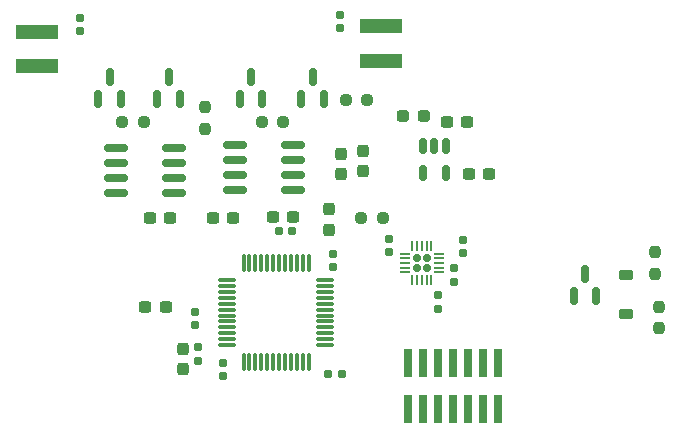
<source format=gbr>
%TF.GenerationSoftware,KiCad,Pcbnew,8.0.1-8.0.1-1~ubuntu22.04.1*%
%TF.CreationDate,2024-05-06T17:23:11+02:00*%
%TF.ProjectId,Pojet 1A,506f6a65-7420-4314-912e-6b696361645f,rev?*%
%TF.SameCoordinates,Original*%
%TF.FileFunction,Paste,Top*%
%TF.FilePolarity,Positive*%
%FSLAX46Y46*%
G04 Gerber Fmt 4.6, Leading zero omitted, Abs format (unit mm)*
G04 Created by KiCad (PCBNEW 8.0.1-8.0.1-1~ubuntu22.04.1) date 2024-05-06 17:23:11*
%MOMM*%
%LPD*%
G01*
G04 APERTURE LIST*
G04 Aperture macros list*
%AMRoundRect*
0 Rectangle with rounded corners*
0 $1 Rounding radius*
0 $2 $3 $4 $5 $6 $7 $8 $9 X,Y pos of 4 corners*
0 Add a 4 corners polygon primitive as box body*
4,1,4,$2,$3,$4,$5,$6,$7,$8,$9,$2,$3,0*
0 Add four circle primitives for the rounded corners*
1,1,$1+$1,$2,$3*
1,1,$1+$1,$4,$5*
1,1,$1+$1,$6,$7*
1,1,$1+$1,$8,$9*
0 Add four rect primitives between the rounded corners*
20,1,$1+$1,$2,$3,$4,$5,0*
20,1,$1+$1,$4,$5,$6,$7,0*
20,1,$1+$1,$6,$7,$8,$9,0*
20,1,$1+$1,$8,$9,$2,$3,0*%
G04 Aperture macros list end*
%ADD10RoundRect,0.155000X0.155000X-0.212500X0.155000X0.212500X-0.155000X0.212500X-0.155000X-0.212500X0*%
%ADD11RoundRect,0.150000X0.150000X-0.587500X0.150000X0.587500X-0.150000X0.587500X-0.150000X-0.587500X0*%
%ADD12RoundRect,0.167500X0.167500X0.167500X-0.167500X0.167500X-0.167500X-0.167500X0.167500X-0.167500X0*%
%ADD13RoundRect,0.050000X0.375000X0.050000X-0.375000X0.050000X-0.375000X-0.050000X0.375000X-0.050000X0*%
%ADD14RoundRect,0.050000X0.050000X0.375000X-0.050000X0.375000X-0.050000X-0.375000X0.050000X-0.375000X0*%
%ADD15RoundRect,0.150000X-0.825000X-0.150000X0.825000X-0.150000X0.825000X0.150000X-0.825000X0.150000X0*%
%ADD16RoundRect,0.237500X-0.300000X-0.237500X0.300000X-0.237500X0.300000X0.237500X-0.300000X0.237500X0*%
%ADD17R,3.600000X1.150000*%
%ADD18RoundRect,0.237500X-0.237500X0.250000X-0.237500X-0.250000X0.237500X-0.250000X0.237500X0.250000X0*%
%ADD19RoundRect,0.237500X0.250000X0.237500X-0.250000X0.237500X-0.250000X-0.237500X0.250000X-0.237500X0*%
%ADD20RoundRect,0.155000X0.212500X0.155000X-0.212500X0.155000X-0.212500X-0.155000X0.212500X-0.155000X0*%
%ADD21RoundRect,0.155000X-0.155000X0.212500X-0.155000X-0.212500X0.155000X-0.212500X0.155000X0.212500X0*%
%ADD22RoundRect,0.237500X-0.237500X0.300000X-0.237500X-0.300000X0.237500X-0.300000X0.237500X0.300000X0*%
%ADD23RoundRect,0.075000X-0.075000X0.662500X-0.075000X-0.662500X0.075000X-0.662500X0.075000X0.662500X0*%
%ADD24RoundRect,0.075000X-0.662500X0.075000X-0.662500X-0.075000X0.662500X-0.075000X0.662500X0.075000X0*%
%ADD25RoundRect,0.237500X0.300000X0.237500X-0.300000X0.237500X-0.300000X-0.237500X0.300000X-0.237500X0*%
%ADD26RoundRect,0.150000X-0.150000X0.512500X-0.150000X-0.512500X0.150000X-0.512500X0.150000X0.512500X0*%
%ADD27RoundRect,0.237500X-0.287500X-0.237500X0.287500X-0.237500X0.287500X0.237500X-0.287500X0.237500X0*%
%ADD28RoundRect,0.237500X0.237500X-0.250000X0.237500X0.250000X-0.237500X0.250000X-0.237500X-0.250000X0*%
%ADD29R,0.740000X2.400000*%
%ADD30RoundRect,0.225000X-0.375000X0.225000X-0.375000X-0.225000X0.375000X-0.225000X0.375000X0.225000X0*%
G04 APERTURE END LIST*
D10*
%TO.C,C25*%
X131500000Y-76167500D03*
X131500000Y-75032500D03*
%TD*%
D11*
%TO.C,Q2*%
X173300000Y-98625000D03*
X175200000Y-98625000D03*
X174250000Y-96750000D03*
%TD*%
D12*
%TO.C,U5*%
X160860000Y-96210000D03*
X160860000Y-95390000D03*
X160040000Y-96210000D03*
X160040000Y-95390000D03*
D13*
X161900000Y-96600000D03*
X161900000Y-96200000D03*
X161900000Y-95800000D03*
X161900000Y-95400000D03*
X161900000Y-95000000D03*
D14*
X161250000Y-94350000D03*
X160850000Y-94350000D03*
X160450000Y-94350000D03*
X160050000Y-94350000D03*
X159650000Y-94350000D03*
D13*
X159000000Y-95000000D03*
X159000000Y-95400000D03*
X159000000Y-95800000D03*
X159000000Y-96200000D03*
X159000000Y-96600000D03*
D14*
X159650000Y-97250000D03*
X160050000Y-97250000D03*
X160450000Y-97250000D03*
X160850000Y-97250000D03*
X161250000Y-97250000D03*
%TD*%
D15*
%TO.C,UCC27325DR2*%
X144625000Y-85795000D03*
X144625000Y-87065000D03*
X144625000Y-88335000D03*
X144625000Y-89605000D03*
X149575000Y-89605000D03*
X149575000Y-88335000D03*
X149575000Y-87065000D03*
X149575000Y-85795000D03*
%TD*%
D16*
%TO.C,C20*%
X162537500Y-83900000D03*
X164262500Y-83900000D03*
%TD*%
D17*
%TO.C,L4*%
X127900000Y-79150000D03*
X127900000Y-76200000D03*
%TD*%
D11*
%TO.C,Q4*%
X138050000Y-81937500D03*
X139950000Y-81937500D03*
X139000000Y-80062500D03*
%TD*%
D18*
%TO.C,R12*%
X180500000Y-99487500D03*
X180500000Y-101312500D03*
%TD*%
D19*
%TO.C,R15*%
X136912500Y-83900000D03*
X135087500Y-83900000D03*
%TD*%
D20*
%TO.C,C13*%
X149467500Y-93100000D03*
X148332500Y-93100000D03*
%TD*%
D21*
%TO.C,C36*%
X163900000Y-93832500D03*
X163900000Y-94967500D03*
%TD*%
D11*
%TO.C,Q5*%
X145050000Y-81937500D03*
X146950000Y-81937500D03*
X146000000Y-80062500D03*
%TD*%
D19*
%TO.C,R18*%
X148712500Y-83900000D03*
X146887500Y-83900000D03*
%TD*%
D22*
%TO.C,C16*%
X153600000Y-86537500D03*
X153600000Y-88262500D03*
%TD*%
D20*
%TO.C,C27*%
X153667500Y-105200000D03*
X152532500Y-105200000D03*
%TD*%
D21*
%TO.C,C40*%
X141500000Y-102932500D03*
X141500000Y-104067500D03*
%TD*%
D10*
%TO.C,C38*%
X161800000Y-99667500D03*
X161800000Y-98532500D03*
%TD*%
D19*
%TO.C,R17*%
X157112500Y-92000000D03*
X155287500Y-92000000D03*
%TD*%
D15*
%TO.C,UCC27325DR1*%
X134525000Y-86095000D03*
X134525000Y-87365000D03*
X134525000Y-88635000D03*
X134525000Y-89905000D03*
X139475000Y-89905000D03*
X139475000Y-88635000D03*
X139475000Y-87365000D03*
X139475000Y-86095000D03*
%TD*%
D10*
%TO.C,C39*%
X163200000Y-97367500D03*
X163200000Y-96232500D03*
%TD*%
D16*
%TO.C,C9*%
X137437500Y-92000000D03*
X139162500Y-92000000D03*
%TD*%
D21*
%TO.C,C31*%
X152900000Y-95032500D03*
X152900000Y-96167500D03*
%TD*%
D17*
%TO.C,L2*%
X157000000Y-78675000D03*
X157000000Y-75725000D03*
%TD*%
D23*
%TO.C,U1*%
X150850000Y-95837500D03*
X150350000Y-95837500D03*
X149850000Y-95837500D03*
X149350000Y-95837500D03*
X148850000Y-95837500D03*
X148350000Y-95837500D03*
X147850000Y-95837500D03*
X147350000Y-95837500D03*
X146850000Y-95837500D03*
X146350000Y-95837500D03*
X145850000Y-95837500D03*
X145350000Y-95837500D03*
D24*
X143937500Y-97250000D03*
X143937500Y-97750000D03*
X143937500Y-98250000D03*
X143937500Y-98750000D03*
X143937500Y-99250000D03*
X143937500Y-99750000D03*
X143937500Y-100250000D03*
X143937500Y-100750000D03*
X143937500Y-101250000D03*
X143937500Y-101750000D03*
X143937500Y-102250000D03*
X143937500Y-102750000D03*
D23*
X145350000Y-104162500D03*
X145850000Y-104162500D03*
X146350000Y-104162500D03*
X146850000Y-104162500D03*
X147350000Y-104162500D03*
X147850000Y-104162500D03*
X148350000Y-104162500D03*
X148850000Y-104162500D03*
X149350000Y-104162500D03*
X149850000Y-104162500D03*
X150350000Y-104162500D03*
X150850000Y-104162500D03*
D24*
X152262500Y-102750000D03*
X152262500Y-102250000D03*
X152262500Y-101750000D03*
X152262500Y-101250000D03*
X152262500Y-100750000D03*
X152262500Y-100250000D03*
X152262500Y-99750000D03*
X152262500Y-99250000D03*
X152262500Y-98750000D03*
X152262500Y-98250000D03*
X152262500Y-97750000D03*
X152262500Y-97250000D03*
%TD*%
D25*
%TO.C,C10*%
X144462500Y-92000000D03*
X142737500Y-92000000D03*
%TD*%
D18*
%TO.C,R14*%
X180200000Y-94887500D03*
X180200000Y-96712500D03*
%TD*%
D10*
%TO.C,C30*%
X141200000Y-101067500D03*
X141200000Y-99932500D03*
%TD*%
D26*
%TO.C,BU33SD5WG-TR3*%
X162450000Y-85862500D03*
X161500000Y-85862500D03*
X160550000Y-85862500D03*
X160550000Y-88137500D03*
X162450000Y-88137500D03*
%TD*%
D27*
%TO.C,L3*%
X158836000Y-83352000D03*
X160586000Y-83352000D03*
%TD*%
D28*
%TO.C,R16*%
X142100000Y-84412500D03*
X142100000Y-82587500D03*
%TD*%
D22*
%TO.C,C41*%
X140200000Y-103037500D03*
X140200000Y-104762500D03*
%TD*%
D16*
%TO.C,C29*%
X137037500Y-99500000D03*
X138762500Y-99500000D03*
%TD*%
D10*
%TO.C,C37*%
X157700000Y-94867500D03*
X157700000Y-93732500D03*
%TD*%
%TO.C,C24*%
X153500000Y-75900000D03*
X153500000Y-74765000D03*
%TD*%
D11*
%TO.C,Q3*%
X133050000Y-81937500D03*
X134950000Y-81937500D03*
X134000000Y-80062500D03*
%TD*%
D29*
%TO.C,J9*%
X159290000Y-108200000D03*
X159290000Y-104300000D03*
X160560000Y-108200000D03*
X160560000Y-104300000D03*
X161830000Y-108200000D03*
X161830000Y-104300000D03*
X163100000Y-108200000D03*
X163100000Y-104300000D03*
X164370000Y-108200000D03*
X164370000Y-104300000D03*
X165640000Y-108200000D03*
X165640000Y-104300000D03*
X166910000Y-108200000D03*
X166910000Y-104300000D03*
%TD*%
D10*
%TO.C,C26*%
X143600000Y-105367500D03*
X143600000Y-104232500D03*
%TD*%
D19*
%TO.C,R19*%
X155812500Y-82000000D03*
X153987500Y-82000000D03*
%TD*%
D22*
%TO.C,C11*%
X152600000Y-91237500D03*
X152600000Y-92962500D03*
%TD*%
D11*
%TO.C,Q6*%
X150250000Y-81937500D03*
X152150000Y-81937500D03*
X151200000Y-80062500D03*
%TD*%
D22*
%TO.C,C17*%
X155500000Y-86300000D03*
X155500000Y-88025000D03*
%TD*%
D25*
%TO.C,C12*%
X149562500Y-91900000D03*
X147837500Y-91900000D03*
%TD*%
D16*
%TO.C,C23*%
X164437500Y-88300000D03*
X166162500Y-88300000D03*
%TD*%
D30*
%TO.C,D4*%
X177750000Y-96850000D03*
X177750000Y-100150000D03*
%TD*%
M02*

</source>
